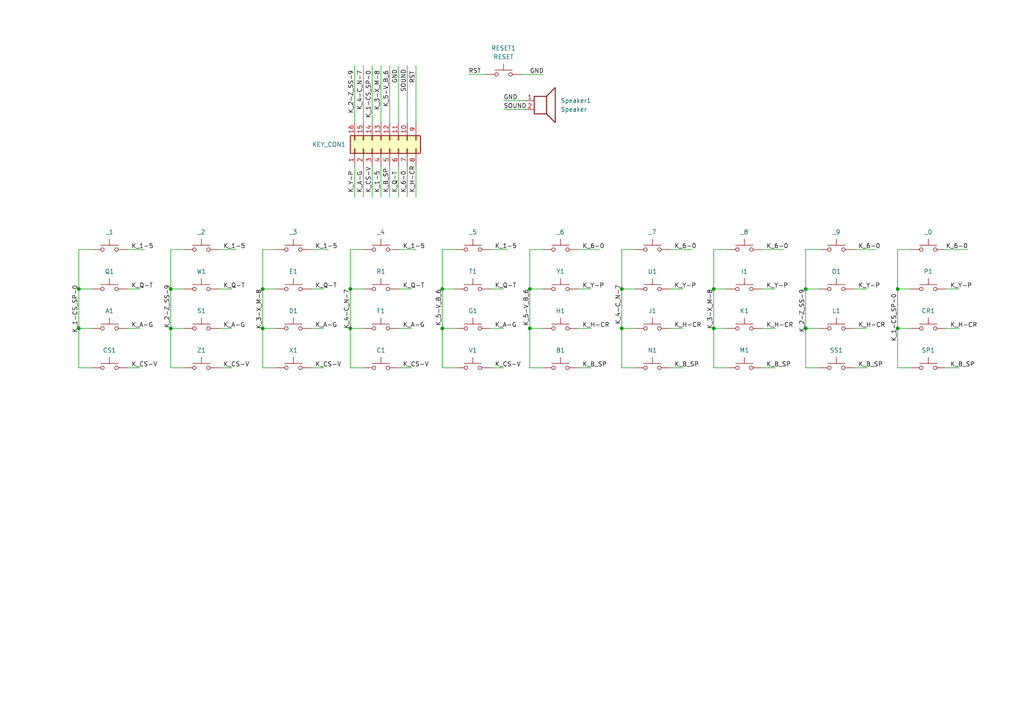
<source format=kicad_sch>
(kicad_sch (version 20211123) (generator eeschema)
  (paper "A4")
  (title_block (title "HC 85,90,91 Cherry MX PCB") (date "2022-04-19") (rev "1") (company "https://zx.licentia.eu") (comment 1 "40 Keys Cherry MX PCB"))
  (lib_symbols
    (symbol "Connector_Generic:Conn_02x08_Counter_Clockwise" (pin_names (offset 1.016) hide)
      (property "Reference" "J" (at 1.27 10.16 0))
      (property "Value" "Conn_02x08_Counter_Clockwise" (at 1.27 -12.7 0))
      (symbol "Conn_02x08_Counter_Clockwise_1_1"
        (rectangle (start -1.27 -10.033) (end 0 -10.287) (stroke (width 0.1524)))
        (rectangle (start -1.27 -7.493) (end 0 -7.747) (stroke (width 0.1524)))
        (rectangle (start -1.27 -4.953) (end 0 -5.207) (stroke (width 0.1524)))
        (rectangle (start -1.27 -2.413) (end 0 -2.667) (stroke (width 0.1524)))
        (rectangle (start -1.27 0.127) (end 0 -0.127) (stroke (width 0.1524)))
        (rectangle (start -1.27 2.667) (end 0 2.413) (stroke (width 0.1524)))
        (rectangle (start -1.27 5.207) (end 0 4.953) (stroke (width 0.1524)))
        (rectangle (start -1.27 7.747) (end 0 7.493) (stroke (width 0.1524)))
        (rectangle (start -1.27 8.89) (end 3.81 -11.43) (stroke (width 0.254)) (fill (type background)))
        (rectangle (start 3.81 -10.033) (end 2.54 -10.287) (stroke (width 0.1524)))
        (rectangle (start 3.81 -7.493) (end 2.54 -7.747) (stroke (width 0.1524)))
        (rectangle (start 3.81 -4.953) (end 2.54 -5.207) (stroke (width 0.1524)))
        (rectangle (start 3.81 -2.413) (end 2.54 -2.667) (stroke (width 0.1524)))
        (rectangle (start 3.81 0.127) (end 2.54 -0.127) (stroke (width 0.1524)))
        (rectangle (start 3.81 2.667) (end 2.54 2.413) (stroke (width 0.1524)))
        (rectangle (start 3.81 5.207) (end 2.54 4.953) (stroke (width 0.1524)))
        (rectangle (start 3.81 7.747) (end 2.54 7.493) (stroke (width 0.1524)))
        (pin passive line (at -5.08 7.62 0) (length 3.81) (name "Pin_1") (number "1"))
        (pin passive line (at 7.62 -7.62 180) (length 3.81) (name "Pin_10") (number "10"))
        (pin passive line (at 7.62 -5.08 180) (length 3.81) (name "Pin_11") (number "11"))
        (pin passive line (at 7.62 -2.54 180) (length 3.81) (name "Pin_12") (number "12"))
        (pin passive line (at 7.62 0 180) (length 3.81) (name "Pin_13") (number "13"))
        (pin passive line (at 7.62 2.54 180) (length 3.81) (name "Pin_14") (number "14"))
        (pin passive line (at 7.62 5.08 180) (length 3.81) (name "Pin_15") (number "15"))
        (pin passive line (at 7.62 7.62 180) (length 3.81) (name "Pin_16") (number "16"))
        (pin passive line (at -5.08 5.08 0) (length 3.81) (name "Pin_2") (number "2"))
        (pin passive line (at -5.08 2.54 0) (length 3.81) (name "Pin_3") (number "3"))
        (pin passive line (at -5.08 0 0) (length 3.81) (name "Pin_4") (number "4"))
        (pin passive line (at -5.08 -2.54 0) (length 3.81) (name "Pin_5") (number "5"))
        (pin passive line (at -5.08 -5.08 0) (length 3.81) (name "Pin_6") (number "6"))
        (pin passive line (at -5.08 -7.62 0) (length 3.81) (name "Pin_7") (number "7"))
        (pin passive line (at -5.08 -10.16 0) (length 3.81) (name "Pin_8") (number "8"))
        (pin passive line (at 7.62 -10.16 180) (length 3.81) (name "Pin_9") (number "9"))
      )
    )
    (symbol "Device:Speaker" (pin_names (offset 0) hide)
      (property "Reference" "LS" (at 1.27 5.715 0))
      (property "Value" "Speaker" (at 1.27 3.81 0))
      (symbol "Speaker_0_0"
        (rectangle (start -2.54 1.27) (end 1.016 -3.81) (stroke (width 0.254)))
        (polyline (pts (xy 1.016 1.27) (xy 3.556 3.81) (xy 3.556 -6.35) (xy 1.016 -3.81)) (stroke (width 0.254)))
      )
      (symbol "Speaker_1_1"
        (pin input line (at -5.08 0 0) (length 2.54) (name "1") (number "1"))
        (pin input line (at -5.08 -2.54 0) (length 2.54) (name "2") (number "2"))
      )
    )
    (symbol "SW_Push_1" (pin_numbers hide) (pin_names (offset 1.016) hide)
      (property "Reference" "SW" (at 1.27 2.54 0))
      (property "Value" "SW_Push_1" (at 0 -1.524 0))
      (symbol "SW_Push_1_0_1"
        (circle (center -2.032 0) (radius 0.508))
        (polyline (pts (xy 0 1.27) (xy 0 3.048)))
        (polyline (pts (xy 2.54 1.27) (xy -2.54 1.27)))
        (circle (center 2.032 0) (radius 0.508))
        (pin passive line (at -5.08 0 0) (length 2.54) (name "1") (number "1"))
        (pin passive line (at 5.08 0 180) (length 2.54) (name "2") (number "2"))
      )
    )
    (symbol "Switch:SW_Push" (pin_numbers hide) (pin_names (offset 1.016) hide)
      (property "Reference" "SW" (at 1.27 2.54 0))
      (property "Value" "SW_Push" (at 0 -1.524 0))
      (symbol "SW_Push_0_1"
        (circle (center -2.032 0) (radius 0.508))
        (polyline (pts (xy 0 1.27) (xy 0 3.048)))
        (polyline (pts (xy 2.54 1.27) (xy -2.54 1.27)))
        (circle (center 2.032 0) (radius 0.508))
        (pin passive line (at -5.08 0 0) (length 2.54) (name "1") (number "1"))
        (pin passive line (at 5.08 0 180) (length 2.54) (name "2") (number "2"))
      )
    )
  )
  (junction (at 76.2 95.25))
  (junction (at 180.34 83.82))
  (junction (at 128.27 95.25))
  (junction (at 49.53 83.82))
  (junction (at 207.01 83.82))
  (junction (at 101.6 83.82))
  (junction (at 128.27 83.82))
  (junction (at 22.86 95.25))
  (junction (at 260.35 83.82))
  (junction (at 180.34 95.25))
  (junction (at 153.67 83.82))
  (junction (at 153.67 95.25))
  (junction (at 76.2 83.82))
  (junction (at 207.01 95.25))
  (junction (at 260.35 95.25))
  (junction (at 233.68 95.25))
  (junction (at 49.53 95.25))
  (junction (at 233.68 83.82))
  (junction (at 101.6 95.25))
  (junction (at 22.86 83.82))
  (wire (pts (xy 128.27 83.82) (xy 128.27 95.25)))
  (wire (pts (xy 113.03 35.56) (xy 113.03 19.05)))
  (wire (pts (xy 101.6 72.39) (xy 101.6 83.82)))
  (wire (pts (xy 120.65 19.05) (xy 120.65 35.56)))
  (wire (pts (xy 63.5 106.68) (xy 67.31 106.68)))
  (wire (pts (xy 105.41 95.25) (xy 101.6 95.25)))
  (wire (pts (xy 207.01 95.25) (xy 207.01 106.68)))
  (wire (pts (xy 118.11 48.26) (xy 118.11 57.15)))
  (wire (pts (xy 264.16 72.39) (xy 260.35 72.39)))
  (wire (pts (xy 153.67 106.68) (xy 157.48 106.68)))
  (wire (pts (xy 90.17 95.25) (xy 93.98 95.25)))
  (wire (pts (xy 260.35 95.25) (xy 260.35 106.68)))
  (wire (pts (xy 220.98 95.25) (xy 224.79 95.25)))
  (wire (pts (xy 63.5 83.82) (xy 67.31 83.82)))
  (wire (pts (xy 107.95 48.26) (xy 107.95 57.15)))
  (wire (pts (xy 115.57 72.39) (xy 120.65 72.39)))
  (wire (pts (xy 132.08 95.25) (xy 128.27 95.25)))
  (wire (pts (xy 146.05 29.21) (xy 152.4 29.21)))
  (wire (pts (xy 260.35 83.82) (xy 260.35 95.25)))
  (wire (pts (xy 153.67 95.25) (xy 153.67 106.68)))
  (wire (pts (xy 53.34 95.25) (xy 49.53 95.25)))
  (wire (pts (xy 36.83 95.25) (xy 40.64 95.25)))
  (wire (pts (xy 90.17 72.39) (xy 95.25 72.39)))
  (wire (pts (xy 180.34 95.25) (xy 180.34 106.68)))
  (wire (pts (xy 180.34 72.39) (xy 180.34 83.82)))
  (wire (pts (xy 80.01 83.82) (xy 76.2 83.82)))
  (wire (pts (xy 135.89 21.59) (xy 140.97 21.59)))
  (wire (pts (xy 184.15 106.68) (xy 180.34 106.68)))
  (wire (pts (xy 146.05 31.75) (xy 152.4 31.75)))
  (wire (pts (xy 210.82 83.82) (xy 207.01 83.82)))
  (wire (pts (xy 194.31 72.39) (xy 200.66 72.39)))
  (wire (pts (xy 194.31 106.68) (xy 198.12 106.68)))
  (wire (pts (xy 128.27 95.25) (xy 128.27 106.68)))
  (wire (pts (xy 274.32 106.68) (xy 278.13 106.68)))
  (wire (pts (xy 247.65 95.25) (xy 251.46 95.25)))
  (wire (pts (xy 110.49 48.26) (xy 110.49 57.15)))
  (wire (pts (xy 102.87 35.56) (xy 102.87 19.05)))
  (wire (pts (xy 167.64 95.25) (xy 171.45 95.25)))
  (wire (pts (xy 90.17 106.68) (xy 93.98 106.68)))
  (wire (pts (xy 264.16 95.25) (xy 260.35 95.25)))
  (wire (pts (xy 220.98 106.68) (xy 224.79 106.68)))
  (wire (pts (xy 167.64 106.68) (xy 171.45 106.68)))
  (wire (pts (xy 80.01 106.68) (xy 76.2 106.68)))
  (wire (pts (xy 247.65 106.68) (xy 251.46 106.68)))
  (wire (pts (xy 237.49 106.68) (xy 233.68 106.68)))
  (wire (pts (xy 53.34 83.82) (xy 49.53 83.82)))
  (wire (pts (xy 105.41 72.39) (xy 101.6 72.39)))
  (wire (pts (xy 22.86 83.82) (xy 22.86 95.25)))
  (wire (pts (xy 76.2 72.39) (xy 76.2 83.82)))
  (wire (pts (xy 63.5 95.25) (xy 67.31 95.25)))
  (wire (pts (xy 128.27 106.68) (xy 132.08 106.68)))
  (wire (pts (xy 22.86 72.39) (xy 22.86 83.82)))
  (wire (pts (xy 207.01 83.82) (xy 207.01 95.25)))
  (wire (pts (xy 26.67 83.82) (xy 22.86 83.82)))
  (wire (pts (xy 105.41 83.82) (xy 101.6 83.82)))
  (wire (pts (xy 157.48 83.82) (xy 153.67 83.82)))
  (wire (pts (xy 237.49 83.82) (xy 233.68 83.82)))
  (wire (pts (xy 115.57 106.68) (xy 119.38 106.68)))
  (wire (pts (xy 264.16 83.82) (xy 260.35 83.82)))
  (wire (pts (xy 101.6 106.68) (xy 105.41 106.68)))
  (wire (pts (xy 76.2 95.25) (xy 76.2 106.68)))
  (wire (pts (xy 194.31 95.25) (xy 198.12 95.25)))
  (wire (pts (xy 101.6 83.82) (xy 101.6 95.25)))
  (wire (pts (xy 53.34 72.39) (xy 49.53 72.39)))
  (wire (pts (xy 151.13 21.59) (xy 157.48 21.59)))
  (wire (pts (xy 110.49 35.56) (xy 110.49 19.05)))
  (wire (pts (xy 237.49 72.39) (xy 233.68 72.39)))
  (wire (pts (xy 36.83 106.68) (xy 40.64 106.68)))
  (wire (pts (xy 49.53 106.68) (xy 53.34 106.68)))
  (wire (pts (xy 264.16 106.68) (xy 260.35 106.68)))
  (wire (pts (xy 184.15 83.82) (xy 180.34 83.82)))
  (wire (pts (xy 142.24 72.39) (xy 147.32 72.39)))
  (wire (pts (xy 142.24 83.82) (xy 146.05 83.82)))
  (wire (pts (xy 118.11 19.05) (xy 118.11 35.56)))
  (wire (pts (xy 247.65 83.82) (xy 251.46 83.82)))
  (wire (pts (xy 260.35 72.39) (xy 260.35 83.82)))
  (wire (pts (xy 107.95 35.56) (xy 107.95 19.05)))
  (wire (pts (xy 157.48 95.25) (xy 153.67 95.25)))
  (wire (pts (xy 184.15 72.39) (xy 180.34 72.39)))
  (wire (pts (xy 220.98 83.82) (xy 224.79 83.82)))
  (wire (pts (xy 274.32 83.82) (xy 278.13 83.82)))
  (wire (pts (xy 102.87 48.26) (xy 102.87 57.15)))
  (wire (pts (xy 132.08 72.39) (xy 128.27 72.39)))
  (wire (pts (xy 26.67 72.39) (xy 22.86 72.39)))
  (wire (pts (xy 194.31 83.82) (xy 198.12 83.82)))
  (wire (pts (xy 207.01 72.39) (xy 207.01 83.82)))
  (wire (pts (xy 128.27 72.39) (xy 128.27 83.82)))
  (wire (pts (xy 76.2 83.82) (xy 76.2 95.25)))
  (wire (pts (xy 274.32 95.25) (xy 278.13 95.25)))
  (wire (pts (xy 26.67 95.25) (xy 22.86 95.25)))
  (wire (pts (xy 184.15 95.25) (xy 180.34 95.25)))
  (wire (pts (xy 233.68 83.82) (xy 233.68 95.25)))
  (wire (pts (xy 105.41 48.26) (xy 105.41 57.15)))
  (wire (pts (xy 210.82 72.39) (xy 207.01 72.39)))
  (wire (pts (xy 26.67 106.68) (xy 22.86 106.68)))
  (wire (pts (xy 274.32 72.39) (xy 280.67 72.39)))
  (wire (pts (xy 167.64 83.82) (xy 171.45 83.82)))
  (wire (pts (xy 142.24 106.68) (xy 146.05 106.68)))
  (wire (pts (xy 237.49 95.25) (xy 233.68 95.25)))
  (wire (pts (xy 49.53 83.82) (xy 49.53 95.25)))
  (wire (pts (xy 153.67 83.82) (xy 153.67 95.25)))
  (wire (pts (xy 210.82 95.25) (xy 207.01 95.25)))
  (wire (pts (xy 210.82 106.68) (xy 207.01 106.68)))
  (wire (pts (xy 80.01 72.39) (xy 76.2 72.39)))
  (wire (pts (xy 36.83 72.39) (xy 41.91 72.39)))
  (wire (pts (xy 233.68 72.39) (xy 233.68 83.82)))
  (wire (pts (xy 63.5 72.39) (xy 68.58 72.39)))
  (wire (pts (xy 115.57 83.82) (xy 119.38 83.82)))
  (wire (pts (xy 157.48 72.39) (xy 153.67 72.39)))
  (wire (pts (xy 36.83 83.82) (xy 40.64 83.82)))
  (wire (pts (xy 153.67 72.39) (xy 153.67 83.82)))
  (wire (pts (xy 115.57 48.26) (xy 115.57 57.15)))
  (wire (pts (xy 49.53 95.25) (xy 49.53 106.68)))
  (wire (pts (xy 105.41 35.56) (xy 105.41 19.05)))
  (wire (pts (xy 90.17 83.82) (xy 93.98 83.82)))
  (wire (pts (xy 22.86 95.25) (xy 22.86 106.68)))
  (wire (pts (xy 115.57 95.25) (xy 119.38 95.25)))
  (wire (pts (xy 233.68 95.25) (xy 233.68 106.68)))
  (wire (pts (xy 220.98 72.39) (xy 227.33 72.39)))
  (wire (pts (xy 132.08 83.82) (xy 128.27 83.82)))
  (wire (pts (xy 167.64 72.39) (xy 173.99 72.39)))
  (wire (pts (xy 115.57 19.05) (xy 115.57 35.56)))
  (wire (pts (xy 120.65 48.26) (xy 120.65 57.15)))
  (wire (pts (xy 142.24 95.25) (xy 146.05 95.25)))
  (wire (pts (xy 101.6 95.25) (xy 101.6 106.68)))
  (wire (pts (xy 113.03 48.26) (xy 113.03 57.15)))
  (wire (pts (xy 180.34 83.82) (xy 180.34 95.25)))
  (wire (pts (xy 80.01 95.25) (xy 76.2 95.25)))
  (wire (pts (xy 49.53 72.39) (xy 49.53 83.82)))
  (wire (pts (xy 247.65 72.39) (xy 254 72.39)))
  (label "K_CS-V" (at 143.51 106.68 0))
  (label "K_Y-P" (at 248.92 83.82 0))
  (label "K_4-C_N-7" (at 180.34 82.55 270))
  (label "K_5-V_B_6" (at 153.67 83.82 270))
  (label "K_B_SP" (at 222.25 106.68 0))
  (label "K_6-0" (at 118.11 55.88 90))
  (label "K_A-G" (at 116.84 95.25 0))
  (label "K_H-CR" (at 248.92 95.25 0))
  (label "K_4-C_N-7" (at 105.41 20.32 270))
  (label "K_A-G" (at 38.1 95.25 0))
  (label "K_Y-P" (at 222.25 83.82 0))
  (label "K_Q-T" (at 143.51 83.82 0))
  (label "K_3-X_M-8" (at 76.2 83.82 270))
  (label "K_B_SP" (at 168.91 106.68 0))
  (label "K_B_SP" (at 248.92 106.68 0))
  (label "GND" (at 146.05 29.21 0))
  (label "K_B_SP" (at 275.59 106.68 0))
  (label "K_6-0" (at 168.91 72.39 0))
  (label "K_1-CS_SP-0" (at 260.35 85.09 270))
  (label "K_CS-V" (at 64.77 106.68 0))
  (label "K_Y-P" (at 275.59 83.82 0))
  (label "K_4-C_N-7" (at 101.6 83.82 270))
  (label "GND" (at 115.57 24.13 90))
  (label "GND" (at 153.67 21.59 0))
  (label "K_Q-T" (at 115.57 55.88 90))
  (label "K_2-Z_SS-9" (at 49.53 82.55 270))
  (label "K_6-0" (at 195.58 72.39 0))
  (label "K_CS-V" (at 38.1 106.68 0))
  (label "K_1-5" (at 116.84 72.39 0))
  (label "K_Q-T" (at 38.1 83.82 0))
  (label "K_B_SP" (at 113.03 55.88 90))
  (label "K_1-CS_SP-0" (at 107.95 20.32 270))
  (label "K_2-Z_SS-9" (at 233.68 83.82 270))
  (label "K_H-CR" (at 195.58 95.25 0))
  (label "K_1-CS_SP-0" (at 22.86 96.52 90))
  (label "K_H-CR" (at 275.59 95.25 0))
  (label "K_Q-T" (at 64.77 83.82 0))
  (label "K_Y-P" (at 168.91 83.82 0))
  (label "K_H-CR" (at 168.91 95.25 0))
  (label "K_Q-T" (at 91.44 83.82 0))
  (label "K_A-G" (at 105.41 55.88 90))
  (label "K_H-CR" (at 120.65 55.88 90))
  (label "K_6-0" (at 222.25 72.39 0))
  (label "K_A-G" (at 143.51 95.25 0))
  (label "K_3-X_M-8" (at 110.49 20.32 270))
  (label "K_2-Z_SS-9" (at 102.87 20.32 270))
  (label "RST" (at 120.65 24.13 90))
  (label "K_Q-T" (at 116.84 83.82 0))
  (label "K_B_SP" (at 195.58 106.68 0))
  (label "K_1-5" (at 64.77 72.39 0))
  (label "K_Y-P" (at 195.58 83.82 0))
  (label "K_5-V_B_6" (at 128.27 83.82 270))
  (label "K_1-5" (at 38.1 72.39 0))
  (label "K_CS-V" (at 107.95 55.88 90))
  (label "K_CS-V" (at 91.44 106.68 0))
  (label "K_6-0" (at 248.92 72.39 0))
  (label "SOUND" (at 118.11 26.67 90))
  (label "RST" (at 135.89 21.59 0))
  (label "K_H-CR" (at 222.25 95.25 0))
  (label "K_CS-V" (at 116.84 106.68 0))
  (label "K_A-G" (at 91.44 95.25 0))
  (label "K_1-5" (at 143.51 72.39 0))
  (label "K_3-X_M-8" (at 207.01 83.82 270))
  (label "K_A-G" (at 64.77 95.25 0))
  (label "K_Y-P" (at 102.87 55.88 90))
  (label "K_5-V_B_6" (at 113.03 20.32 270))
  (label "K_1-5" (at 110.49 55.88 90))
  (label "K_1-5" (at 91.44 72.39 0))
  (label "K_6-0" (at 274.32 72.39 0))
  (label "SOUND" (at 146.05 31.75 0))
  (symbol (lib_id "Switch:SW_Push") (at 137.16 106.68 0) (unit 1)
    (property "Reference" "V1" (at 137.16 101.6 0))
    (property "Value" "SW_Cherry_MX_0.80u_Plate" (effects hide))
    (property "Footprint" "Library:SW_Cherry_MX_0.80u_Plate" (effects hide))
  )
  (symbol (lib_id "Switch:SW_Push") (at 58.42 72.39 0) (unit 1)
    (property "Reference" "_2" (at 58.42 67.31 0))
    (property "Value" "SW_Cherry_MX_0.80u_Plate" (effects hide))
    (property "Footprint" "Library:SW_Cherry_MX_0.80u_Plate" (effects hide))
  )
  (symbol (lib_id "Switch:SW_Push") (at 137.16 95.25 0) (unit 1)
    (property "Reference" "G1" (at 137.16 90.17 0))
    (property "Value" "SW_Cherry_MX_0.80u_Plate" (effects hide))
    (property "Footprint" "Library:SW_Cherry_MX_0.80u_Plate" (effects hide))
  )
  (symbol (lib_id "Switch:SW_Push") (at 189.23 95.25 0) (unit 1)
    (property "Reference" "J1" (at 189.23 90.17 0))
    (property "Value" "SW_Cherry_MX_0.80u_Plate" (effects hide))
    (property "Footprint" "Library:SW_Cherry_MX_0.80u_Plate" (effects hide))
  )
  (symbol (lib_id "Switch:SW_Push") (at 85.09 95.25 0) (unit 1)
    (property "Reference" "D1" (at 85.09 90.17 0))
    (property "Value" "SW_Cherry_MX_0.80u_Plate" (effects hide))
    (property "Footprint" "Library:SW_Cherry_MX_0.80u_Plate" (effects hide))
  )
  (symbol (lib_id "Switch:SW_Push") (at 189.23 83.82 0) (unit 1)
    (property "Reference" "U1" (at 189.23 78.74 0))
    (property "Value" "SW_Cherry_MX_0.80u_Plate" (effects hide))
    (property "Footprint" "Library:SW_Cherry_MX_0.80u_Plate" (effects hide))
  )
  (symbol (lib_id "Switch:SW_Push") (at 269.24 106.68 0) (unit 1)
    (property "Reference" "SP1" (at 269.24 101.6 0))
    (property "Value" "SW_Cherry_MX_0.80u_Plate" (effects hide))
    (property "Footprint" "Library:SW_Cherry_MX_0.80u_Plate" (effects hide))
  )
  (symbol (lib_id "Switch:SW_Push") (at 162.56 72.39 0) (unit 1)
    (property "Reference" "_6" (at 162.56 67.31 0))
    (property "Value" "SW_Cherry_MX_0.80u_Plate" (effects hide))
    (property "Footprint" "Library:SW_Cherry_MX_0.80u_Plate" (effects hide))
  )
  (symbol (lib_id "Switch:SW_Push") (at 269.24 95.25 0) (unit 1)
    (property "Reference" "CR1" (at 269.24 90.17 0))
    (property "Value" "SW_Cherry_MX_0.80u_Plate" (effects hide))
    (property "Footprint" "Library:SW_Cherry_MX_0.80u_Plate" (effects hide))
  )
  (symbol (lib_id "Switch:SW_Push") (at 162.56 95.25 0) (unit 1)
    (property "Reference" "H1" (at 162.56 90.17 0))
    (property "Value" "SW_Cherry_MX_0.80u_Plate" (effects hide))
    (property "Footprint" "Library:SW_Cherry_MX_0.80u_Plate" (effects hide))
  )
  (symbol (lib_id "Switch:SW_Push") (at 162.56 83.82 0) (unit 1)
    (property "Reference" "Y1" (at 162.56 78.74 0))
    (property "Value" "SW_Cherry_MX_0.80u_Plate" (effects hide))
    (property "Footprint" "Library:SW_Cherry_MX_0.80u_Plate" (effects hide))
  )
  (symbol (lib_id "Switch:SW_Push") (at 58.42 83.82 0) (unit 1)
    (property "Reference" "W1" (at 58.42 78.74 0))
    (property "Value" "SW_Cherry_MX_0.80u_Plate" (effects hide))
    (property "Footprint" "Library:SW_Cherry_MX_0.80u_Plate" (effects hide))
  )
  (symbol (lib_id "Connector_Generic:Conn_02x08_Counter_Clockwise") (at 110.49 43.18 90) (unit 1)
    (property "Reference" "KEY_CON1" (at 100.33 41.9099 90) (effects (justify left)))
    (property "Value" "Conn_02x08_Counter_Clockwise" (effects hide))
    (property "Footprint" "Library:DIP-16_276" (effects hide))
  )
  (symbol (lib_id "Switch:SW_Push") (at 242.57 72.39 0) (unit 1)
    (property "Reference" "_9" (at 242.57 67.31 0))
    (property "Value" "SW_Cherry_MX_0.80u_Plate" (effects hide))
    (property "Footprint" "Library:SW_Cherry_MX_0.80u_Plate" (effects hide))
  )
  (symbol (lib_id "Switch:SW_Push") (at 85.09 106.68 0) (unit 1)
    (property "Reference" "X1" (at 85.09 101.6 0))
    (property "Value" "SW_Cherry_MX_0.80u_Plate" (effects hide))
    (property "Footprint" "Library:SW_Cherry_MX_0.80u_Plate" (effects hide))
  )
  (symbol (lib_id "Switch:SW_Push") (at 242.57 95.25 0) (unit 1)
    (property "Reference" "L1" (at 242.57 90.17 0))
    (property "Value" "SW_Cherry_MX_0.80u_Plate" (effects hide))
    (property "Footprint" "Library:SW_Cherry_MX_0.80u_Plate" (effects hide))
  )
  (symbol (lib_id "Switch:SW_Push") (at 85.09 72.39 0) (unit 1)
    (property "Reference" "_3" (at 85.09 67.31 0))
    (property "Value" "SW_Cherry_MX_0.80u_Plate" (effects hide))
    (property "Footprint" "Library:SW_Cherry_MX_0.80u_Plate" (effects hide))
  )
  (symbol (lib_id "Switch:SW_Push") (at 215.9 72.39 0) (unit 1)
    (property "Reference" "_8" (at 215.9 67.31 0))
    (property "Value" "SW_Cherry_MX_0.80u_Plate" (effects hide))
    (property "Footprint" "Library:SW_Cherry_MX_0.80u_Plate" (effects hide))
  )
  (symbol (lib_id "Switch:SW_Push") (at 242.57 106.68 0) (unit 1)
    (property "Reference" "SS1" (at 242.57 101.6 0))
    (property "Value" "SW_Cherry_MX_0.80u_Plate" (effects hide))
    (property "Footprint" "Library:SW_Cherry_MX_0.80u_Plate" (effects hide))
  )
  (symbol (lib_id "Switch:SW_Push") (at 31.75 106.68 0) (unit 1)
    (property "Reference" "CS1" (at 31.75 101.6 0))
    (property "Value" "SW_Cherry_MX_0.80u_Plate" (effects hide))
    (property "Footprint" "Library:SW_Cherry_MX_0.80u_Plate" (effects hide))
  )
  (symbol (lib_id "Switch:SW_Push") (at 137.16 72.39 0) (unit 1)
    (property "Reference" "_5" (at 137.16 67.31 0))
    (property "Value" "SW_Cherry_MX_0.80u_Plate" (effects hide))
    (property "Footprint" "Library:SW_Cherry_MX_0.80u_Plate" (effects hide))
  )
  (symbol (lib_id "Switch:SW_Push") (at 189.23 72.39 0) (unit 1)
    (property "Reference" "_7" (at 189.23 67.31 0))
    (property "Value" "SW_Cherry_MX_0.80u_Plate" (effects hide))
    (property "Footprint" "Library:SW_Cherry_MX_0.80u_Plate" (effects hide))
  )
  (symbol (lib_id "Switch:SW_Push") (at 215.9 83.82 0) (unit 1)
    (property "Reference" "I1" (at 215.9 78.74 0))
    (property "Value" "SW_Cherry_MX_0.80u_Plate" (effects hide))
    (property "Footprint" "Library:SW_Cherry_MX_0.80u_Plate" (effects hide))
  )
  (symbol (lib_id "Switch:SW_Push") (at 215.9 106.68 0) (unit 1)
    (property "Reference" "M1" (at 215.9 101.6 0))
    (property "Value" "SW_Cherry_MX_0.80u_Plate" (effects hide))
    (property "Footprint" "Library:SW_Cherry_MX_0.80u_Plate" (effects hide))
  )
  (symbol (lib_id "Device:Speaker") (at 157.48 29.21 0) (unit 1)
    (property "Reference" "Speaker1" (at 162.56 29.2099 0) (effects (justify left)))
    (property "Value" "Speaker" (at 162.56 31.7499 0) (effects (justify left)))
    (property "Footprint" "Library:SIP-2" (effects hide))
  )
  (symbol (lib_name "SW_Push_1") (lib_id "Switch:SW_Push") (at 242.57 83.82 0) (unit 1)
    (property "Reference" "O1" (at 242.57 78.74 0))
    (property "Value" "SW_Cherry_MX_0.80u_Plate" (effects hide))
    (property "Footprint" "Library:SW_Cherry_MX_0.80u_Plate" (effects hide))
  )
  (symbol (lib_id "Switch:SW_Push") (at 31.75 72.39 0) (unit 1)
    (property "Reference" "_1" (at 31.75 67.31 0))
    (property "Value" "SW_Cherry_MX_0.80u_Plate" (effects hide))
    (property "Footprint" "Library:SW_Cherry_MX_0.80u_Plate" (effects hide))
  )
  (symbol (lib_id "Switch:SW_Push") (at 162.56 106.68 0) (unit 1)
    (property "Reference" "B1" (at 162.56 101.6 0))
    (property "Value" "SW_Cherry_MX_0.80u_Plate" (effects hide))
    (property "Footprint" "Library:SW_Cherry_MX_0.80u_Plate" (effects hide))
  )
  (symbol (lib_id "Switch:SW_Push") (at 110.49 95.25 0) (unit 1)
    (property "Reference" "F1" (at 110.49 90.17 0))
    (property "Value" "SW_Cherry_MX_0.80u_Plate" (effects hide))
    (property "Footprint" "Library:SW_Cherry_MX_0.80u_Plate" (effects hide))
  )
  (symbol (lib_id "Switch:SW_Push") (at 215.9 95.25 0) (unit 1)
    (property "Reference" "K1" (at 215.9 90.17 0))
    (property "Value" "SW_Cherry_MX_0.80u_Plate" (effects hide))
    (property "Footprint" "Library:SW_Cherry_MX_0.80u_Plate" (effects hide))
  )
  (symbol (lib_id "Switch:SW_Push") (at 31.75 83.82 0) (unit 1)
    (property "Reference" "Q1" (at 31.75 78.74 0))
    (property "Value" "SW_Cherry_MX_0.80u_Plate" (effects hide))
    (property "Footprint" "Library:SW_Cherry_MX_0.80u_Plate" (effects hide))
  )
  (symbol (lib_id "Switch:SW_Push") (at 137.16 83.82 0) (unit 1)
    (property "Reference" "T1" (at 137.16 78.74 0))
    (property "Value" "SW_Cherry_MX_0.80u_Plate" (effects hide))
    (property "Footprint" "Library:SW_Cherry_MX_0.80u_Plate" (effects hide))
  )
  (symbol (lib_id "Switch:SW_Push") (at 58.42 106.68 0) (unit 1)
    (property "Reference" "Z1" (at 58.42 101.6 0))
    (property "Value" "SW_Cherry_MX_0.80u_Plate" (effects hide))
    (property "Footprint" "Library:SW_Cherry_MX_0.80u_Plate" (effects hide))
  )
  (symbol (lib_id "Switch:SW_Push") (at 110.49 106.68 0) (unit 1)
    (property "Reference" "C1" (at 110.49 101.6 0))
    (property "Value" "SW_Cherry_MX_0.80u_Plate" (effects hide))
    (property "Footprint" "Library:SW_Cherry_MX_0.80u_Plate" (effects hide))
  )
  (symbol (lib_id "Switch:SW_Push") (at 189.23 106.68 0) (unit 1)
    (property "Reference" "N1" (at 189.23 101.6 0))
    (property "Value" "SW_Cherry_MX_0.80u_Plate" (effects hide))
    (property "Footprint" "Library:SW_Cherry_MX_0.80u_Plate" (effects hide))
  )
  (symbol (lib_id "Switch:SW_Push") (at 110.49 72.39 0) (unit 1)
    (property "Reference" "_4" (at 110.49 67.31 0))
    (property "Value" "SW_Cherry_MX_0.80u_Plate" (effects hide))
    (property "Footprint" "Library:SW_Cherry_MX_0.80u_Plate" (effects hide))
  )
  (symbol (lib_id "Switch:SW_Push") (at 110.49 83.82 0) (unit 1)
    (property "Reference" "R1" (at 110.49 78.74 0))
    (property "Value" "SW_Cherry_MX_0.80u_Plate" (effects hide))
    (property "Footprint" "Library:SW_Cherry_MX_0.80u_Plate" (effects hide))
  )
  (symbol (lib_id "Switch:SW_Push") (at 269.24 72.39 0) (unit 1)
    (property "Reference" "_0" (at 269.24 67.31 0))
    (property "Value" "SW_Cherry_MX_0.80u_Plate" (effects hide))
    (property "Footprint" "Library:SW_Cherry_MX_0.80u_Plate" (effects hide))
  )
  (symbol (lib_id "Switch:SW_Push") (at 31.75 95.25 0) (unit 1)
    (property "Reference" "A1" (at 31.75 90.17 0))
    (property "Value" "SW_Cherry_MX_0.80u_Plate" (effects hide))
    (property "Footprint" "Library:SW_Cherry_MX_0.80u_Plate" (effects hide))
  )
  (symbol (lib_id "Switch:SW_Push") (at 146.05 21.59 0) (unit 1)
    (property "Reference" "RESET1" (at 146.05 13.97 0))
    (property "Value" "RESET" (at 146.05 16.51 0))
    (property "Footprint" "Library:SIP-2" (effects hide))
  )
  (symbol (lib_id "Switch:SW_Push") (at 85.09 83.82 0) (unit 1)
    (property "Reference" "E1" (at 85.09 78.74 0))
    (property "Value" "SW_Cherry_MX_0.80u_Plate" (effects hide))
    (property "Footprint" "Library:SW_Cherry_MX_0.80u_Plate" (effects hide))
  )
  (symbol (lib_id "Switch:SW_Push") (at 269.24 83.82 0) (unit 1)
    (property "Reference" "P1" (at 269.24 78.74 0))
    (property "Value" "SW_Cherry_MX_0.80u_Plate" (effects hide))
    (property "Footprint" "Library:SW_Cherry_MX_0.80u_Plate" (effects hide))
  )
  (symbol (lib_id "Switch:SW_Push") (at 58.42 95.25 0) (unit 1)
    (property "Reference" "S1" (at 58.42 90.17 0))
    (property "Value" "SW_Cherry_MX_0.80u_Plate" (effects hide))
    (property "Footprint" "Library:SW_Cherry_MX_0.80u_Plate" (effects hide))
  )
)
</source>
